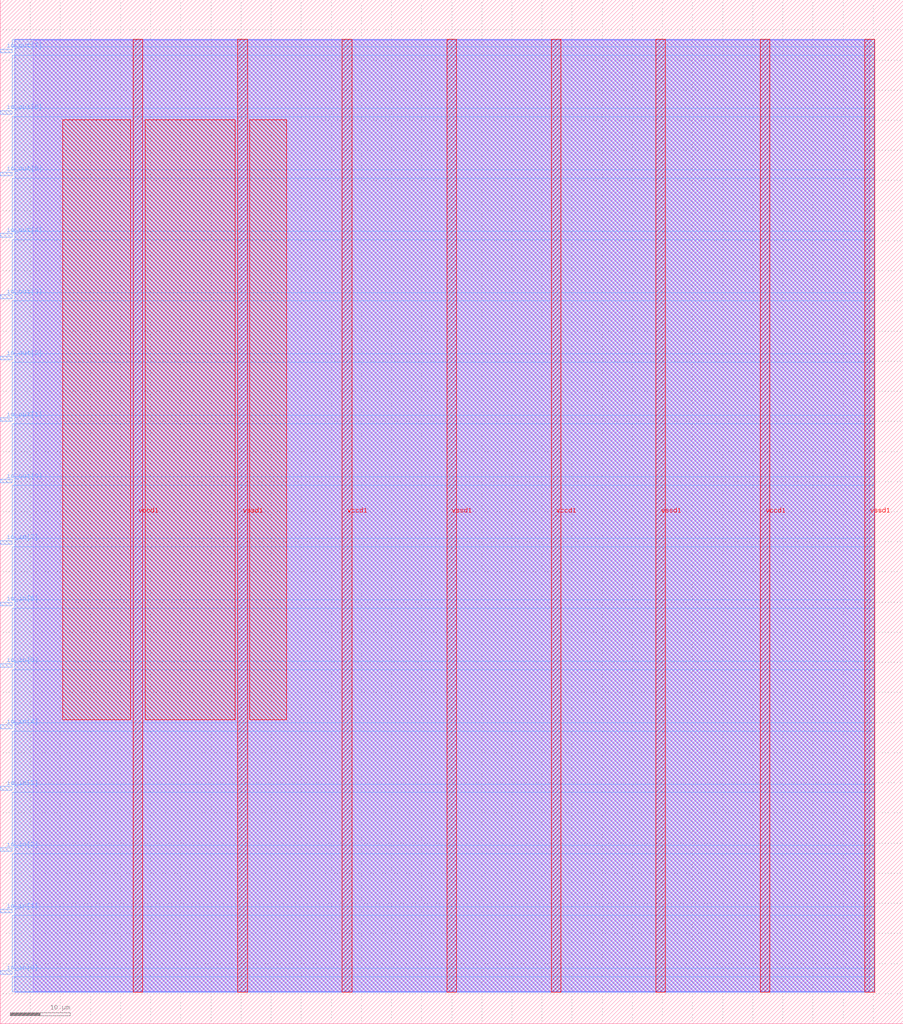
<source format=lef>
VERSION 5.7 ;
  NOWIREEXTENSIONATPIN ON ;
  DIVIDERCHAR "/" ;
  BUSBITCHARS "[]" ;
MACRO c_TT3_BTCALC8
  CLASS BLOCK ;
  FOREIGN c_TT3_BTCALC8 ;
  ORIGIN 0.000 0.000 ;
  SIZE 150.000 BY 170.000 ;
  PIN io_in[0]
    DIRECTION INPUT ;
    USE SIGNAL ;
    PORT
      LAYER met3 ;
        RECT 0.000 8.200 2.000 8.800 ;
    END
  END io_in[0]
  PIN io_in[1]
    DIRECTION INPUT ;
    USE SIGNAL ;
    PORT
      LAYER met3 ;
        RECT 0.000 18.400 2.000 19.000 ;
    END
  END io_in[1]
  PIN io_in[2]
    DIRECTION INPUT ;
    USE SIGNAL ;
    PORT
      LAYER met3 ;
        RECT 0.000 28.600 2.000 29.200 ;
    END
  END io_in[2]
  PIN io_in[3]
    DIRECTION INPUT ;
    USE SIGNAL ;
    PORT
      LAYER met3 ;
        RECT 0.000 38.800 2.000 39.400 ;
    END
  END io_in[3]
  PIN io_in[4]
    DIRECTION INPUT ;
    USE SIGNAL ;
    PORT
      LAYER met3 ;
        RECT 0.000 49.000 2.000 49.600 ;
    END
  END io_in[4]
  PIN io_in[5]
    DIRECTION INPUT ;
    USE SIGNAL ;
    PORT
      LAYER met3 ;
        RECT 0.000 59.200 2.000 59.800 ;
    END
  END io_in[5]
  PIN io_in[6]
    DIRECTION INPUT ;
    USE SIGNAL ;
    PORT
      LAYER met3 ;
        RECT 0.000 69.400 2.000 70.000 ;
    END
  END io_in[6]
  PIN io_in[7]
    DIRECTION INPUT ;
    USE SIGNAL ;
    PORT
      LAYER met3 ;
        RECT 0.000 79.600 2.000 80.200 ;
    END
  END io_in[7]
  PIN io_out[0]
    DIRECTION OUTPUT TRISTATE ;
    USE SIGNAL ;
    PORT
      LAYER met3 ;
        RECT 0.000 89.800 2.000 90.400 ;
    END
  END io_out[0]
  PIN io_out[1]
    DIRECTION OUTPUT TRISTATE ;
    USE SIGNAL ;
    PORT
      LAYER met3 ;
        RECT 0.000 100.000 2.000 100.600 ;
    END
  END io_out[1]
  PIN io_out[2]
    DIRECTION OUTPUT TRISTATE ;
    USE SIGNAL ;
    PORT
      LAYER met3 ;
        RECT 0.000 110.200 2.000 110.800 ;
    END
  END io_out[2]
  PIN io_out[3]
    DIRECTION OUTPUT TRISTATE ;
    USE SIGNAL ;
    PORT
      LAYER met3 ;
        RECT 0.000 120.400 2.000 121.000 ;
    END
  END io_out[3]
  PIN io_out[4]
    DIRECTION OUTPUT TRISTATE ;
    USE SIGNAL ;
    PORT
      LAYER met3 ;
        RECT 0.000 130.600 2.000 131.200 ;
    END
  END io_out[4]
  PIN io_out[5]
    DIRECTION OUTPUT TRISTATE ;
    USE SIGNAL ;
    PORT
      LAYER met3 ;
        RECT 0.000 140.800 2.000 141.400 ;
    END
  END io_out[5]
  PIN io_out[6]
    DIRECTION OUTPUT TRISTATE ;
    USE SIGNAL ;
    PORT
      LAYER met3 ;
        RECT 0.000 151.000 2.000 151.600 ;
    END
  END io_out[6]
  PIN io_out[7]
    DIRECTION OUTPUT TRISTATE ;
    USE SIGNAL ;
    PORT
      LAYER met3 ;
        RECT 0.000 161.200 2.000 161.800 ;
    END
  END io_out[7]
  PIN vccd1
    DIRECTION INOUT ;
    USE POWER ;
    PORT
      LAYER met4 ;
        RECT 22.085 5.200 23.685 163.440 ;
    END
    PORT
      LAYER met4 ;
        RECT 56.815 5.200 58.415 163.440 ;
    END
    PORT
      LAYER met4 ;
        RECT 91.545 5.200 93.145 163.440 ;
    END
    PORT
      LAYER met4 ;
        RECT 126.275 5.200 127.875 163.440 ;
    END
  END vccd1
  PIN vssd1
    DIRECTION INOUT ;
    USE GROUND ;
    PORT
      LAYER met4 ;
        RECT 39.450 5.200 41.050 163.440 ;
    END
    PORT
      LAYER met4 ;
        RECT 74.180 5.200 75.780 163.440 ;
    END
    PORT
      LAYER met4 ;
        RECT 108.910 5.200 110.510 163.440 ;
    END
    PORT
      LAYER met4 ;
        RECT 143.640 5.200 145.240 163.440 ;
    END
  END vssd1
  OBS
      LAYER li1 ;
        RECT 5.520 5.355 144.440 163.285 ;
      LAYER met1 ;
        RECT 2.370 5.200 145.240 163.440 ;
      LAYER met2 ;
        RECT 2.390 5.255 145.210 163.385 ;
      LAYER met3 ;
        RECT 2.000 162.200 145.230 163.365 ;
        RECT 2.400 160.800 145.230 162.200 ;
        RECT 2.000 152.000 145.230 160.800 ;
        RECT 2.400 150.600 145.230 152.000 ;
        RECT 2.000 141.800 145.230 150.600 ;
        RECT 2.400 140.400 145.230 141.800 ;
        RECT 2.000 131.600 145.230 140.400 ;
        RECT 2.400 130.200 145.230 131.600 ;
        RECT 2.000 121.400 145.230 130.200 ;
        RECT 2.400 120.000 145.230 121.400 ;
        RECT 2.000 111.200 145.230 120.000 ;
        RECT 2.400 109.800 145.230 111.200 ;
        RECT 2.000 101.000 145.230 109.800 ;
        RECT 2.400 99.600 145.230 101.000 ;
        RECT 2.000 90.800 145.230 99.600 ;
        RECT 2.400 89.400 145.230 90.800 ;
        RECT 2.000 80.600 145.230 89.400 ;
        RECT 2.400 79.200 145.230 80.600 ;
        RECT 2.000 70.400 145.230 79.200 ;
        RECT 2.400 69.000 145.230 70.400 ;
        RECT 2.000 60.200 145.230 69.000 ;
        RECT 2.400 58.800 145.230 60.200 ;
        RECT 2.000 50.000 145.230 58.800 ;
        RECT 2.400 48.600 145.230 50.000 ;
        RECT 2.000 39.800 145.230 48.600 ;
        RECT 2.400 38.400 145.230 39.800 ;
        RECT 2.000 29.600 145.230 38.400 ;
        RECT 2.400 28.200 145.230 29.600 ;
        RECT 2.000 19.400 145.230 28.200 ;
        RECT 2.400 18.000 145.230 19.400 ;
        RECT 2.000 9.200 145.230 18.000 ;
        RECT 2.400 7.800 145.230 9.200 ;
        RECT 2.000 5.275 145.230 7.800 ;
      LAYER met4 ;
        RECT 10.415 50.495 21.685 150.105 ;
        RECT 24.085 50.495 39.050 150.105 ;
        RECT 41.450 50.495 47.545 150.105 ;
  END
END c_TT3_BTCALC8
END LIBRARY


</source>
